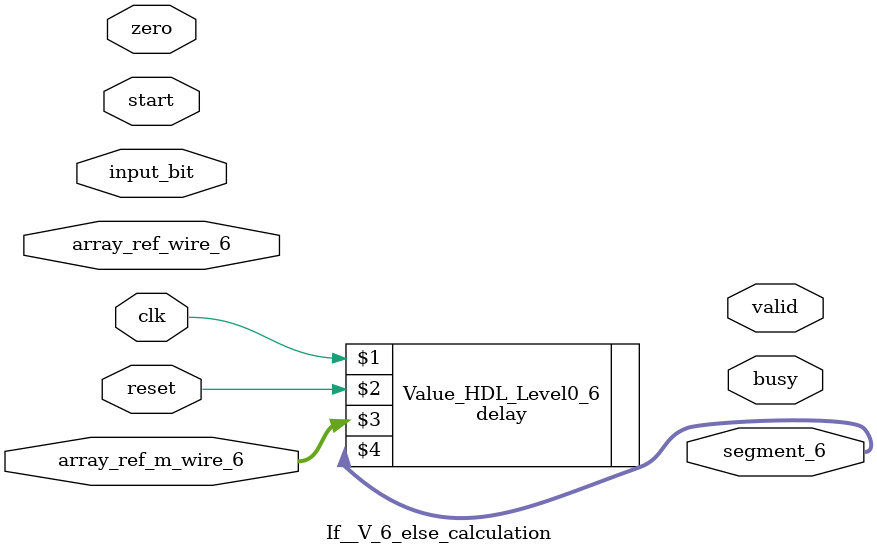
<source format=v>
module If__V_6_else_calculation(input [31:0]input_bit, input [31:0]zero, input [31:0]array_ref_wire_6, input [31:0]array_ref_m_wire_6, output [31:0]segment_6, input clk, input reset, input start, output valid, output busy);



	//Proceed with segment_6 = delay(array_ref_m_wire_6) 
	wire [31:0]segment_6;
	delay Value_HDL_Level0_6 ( clk, reset, array_ref_m_wire_6, segment_6);




endmodule

</source>
